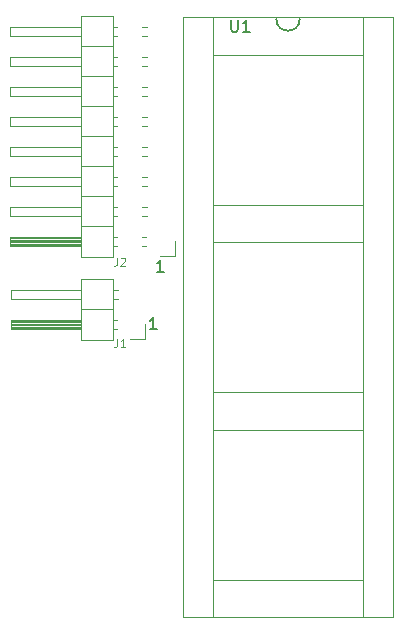
<source format=gbr>
G04 #@! TF.GenerationSoftware,KiCad,Pcbnew,(5.1.4)-1*
G04 #@! TF.CreationDate,2021-01-17T04:38:22+00:00*
G04 #@! TF.ProjectId,atari-pickup,61746172-692d-4706-9963-6b75702e6b69,rev?*
G04 #@! TF.SameCoordinates,Original*
G04 #@! TF.FileFunction,Legend,Top*
G04 #@! TF.FilePolarity,Positive*
%FSLAX46Y46*%
G04 Gerber Fmt 4.6, Leading zero omitted, Abs format (unit mm)*
G04 Created by KiCad (PCBNEW (5.1.4)-1) date 2021-01-17 04:38:22*
%MOMM*%
%LPD*%
G04 APERTURE LIST*
%ADD10C,0.200000*%
%ADD11C,0.100000*%
%ADD12C,0.150000*%
%ADD13C,0.120000*%
G04 APERTURE END LIST*
D10*
X131121114Y-81011020D02*
X130549685Y-81011020D01*
X130835400Y-81011020D02*
X130835400Y-80011020D01*
X130740161Y-80153878D01*
X130644923Y-80249116D01*
X130549685Y-80296735D01*
X131710394Y-76144380D02*
X131138965Y-76144380D01*
X131424680Y-76144380D02*
X131424680Y-75144380D01*
X131329441Y-75287238D01*
X131234203Y-75382476D01*
X131138965Y-75430095D01*
D11*
X151130000Y-105410000D02*
X151130000Y-54610000D01*
X148590000Y-105410000D02*
X151130000Y-105410000D01*
X148590000Y-54610000D02*
X148590000Y-105410000D01*
X151130000Y-54610000D02*
X148590000Y-54610000D01*
X135890000Y-105410000D02*
X135890000Y-54610000D01*
X133350000Y-105410000D02*
X135890000Y-105410000D01*
X133350000Y-54610000D02*
X133350000Y-105410000D01*
X135890000Y-54610000D02*
X133350000Y-54610000D01*
X148590000Y-54610000D02*
X148590000Y-57785000D01*
X135890000Y-54610000D02*
X148590000Y-54610000D01*
X135890000Y-57785000D02*
X135890000Y-54610000D01*
X148590000Y-57785000D02*
X135890000Y-57785000D01*
X148590000Y-54610000D02*
X148590000Y-57785000D01*
X135890000Y-105410000D02*
X148590000Y-105410000D01*
X135890000Y-102235000D02*
X135890000Y-105410000D01*
X148590000Y-102235000D02*
X135890000Y-102235000D01*
X148590000Y-105410000D02*
X148590000Y-102235000D01*
X148590000Y-70485000D02*
X148590000Y-73660000D01*
X135890000Y-70485000D02*
X148590000Y-70485000D01*
X135890000Y-73660000D02*
X135890000Y-70485000D01*
X148590000Y-73660000D02*
X135890000Y-73660000D01*
X148590000Y-89535000D02*
X148590000Y-86360000D01*
X135890000Y-89535000D02*
X148590000Y-89535000D01*
X135890000Y-86360000D02*
X135890000Y-89535000D01*
X148590000Y-86360000D02*
X135890000Y-86360000D01*
D12*
X143240000Y-54740000D02*
G75*
G02X141240000Y-54740000I-1000000J0D01*
G01*
D13*
X127388800Y-74913800D02*
X127388800Y-54473800D01*
X127388800Y-54473800D02*
X124728800Y-54473800D01*
X124728800Y-54473800D02*
X124728800Y-74913800D01*
X124728800Y-74913800D02*
X127388800Y-74913800D01*
X124728800Y-73963800D02*
X118728800Y-73963800D01*
X118728800Y-73963800D02*
X118728800Y-73203800D01*
X118728800Y-73203800D02*
X124728800Y-73203800D01*
X124728800Y-73903800D02*
X118728800Y-73903800D01*
X124728800Y-73783800D02*
X118728800Y-73783800D01*
X124728800Y-73663800D02*
X118728800Y-73663800D01*
X124728800Y-73543800D02*
X118728800Y-73543800D01*
X124728800Y-73423800D02*
X118728800Y-73423800D01*
X124728800Y-73303800D02*
X118728800Y-73303800D01*
X127785871Y-73963800D02*
X127388800Y-73963800D01*
X127785871Y-73203800D02*
X127388800Y-73203800D01*
X130258800Y-73963800D02*
X129871729Y-73963800D01*
X130258800Y-73203800D02*
X129871729Y-73203800D01*
X127388800Y-72313800D02*
X124728800Y-72313800D01*
X124728800Y-71423800D02*
X118728800Y-71423800D01*
X118728800Y-71423800D02*
X118728800Y-70663800D01*
X118728800Y-70663800D02*
X124728800Y-70663800D01*
X127785871Y-71423800D02*
X127388800Y-71423800D01*
X127785871Y-70663800D02*
X127388800Y-70663800D01*
X130325871Y-71423800D02*
X129871729Y-71423800D01*
X130325871Y-70663800D02*
X129871729Y-70663800D01*
X127388800Y-69773800D02*
X124728800Y-69773800D01*
X124728800Y-68883800D02*
X118728800Y-68883800D01*
X118728800Y-68883800D02*
X118728800Y-68123800D01*
X118728800Y-68123800D02*
X124728800Y-68123800D01*
X127785871Y-68883800D02*
X127388800Y-68883800D01*
X127785871Y-68123800D02*
X127388800Y-68123800D01*
X130325871Y-68883800D02*
X129871729Y-68883800D01*
X130325871Y-68123800D02*
X129871729Y-68123800D01*
X127388800Y-67233800D02*
X124728800Y-67233800D01*
X124728800Y-66343800D02*
X118728800Y-66343800D01*
X118728800Y-66343800D02*
X118728800Y-65583800D01*
X118728800Y-65583800D02*
X124728800Y-65583800D01*
X127785871Y-66343800D02*
X127388800Y-66343800D01*
X127785871Y-65583800D02*
X127388800Y-65583800D01*
X130325871Y-66343800D02*
X129871729Y-66343800D01*
X130325871Y-65583800D02*
X129871729Y-65583800D01*
X127388800Y-64693800D02*
X124728800Y-64693800D01*
X124728800Y-63803800D02*
X118728800Y-63803800D01*
X118728800Y-63803800D02*
X118728800Y-63043800D01*
X118728800Y-63043800D02*
X124728800Y-63043800D01*
X127785871Y-63803800D02*
X127388800Y-63803800D01*
X127785871Y-63043800D02*
X127388800Y-63043800D01*
X130325871Y-63803800D02*
X129871729Y-63803800D01*
X130325871Y-63043800D02*
X129871729Y-63043800D01*
X127388800Y-62153800D02*
X124728800Y-62153800D01*
X124728800Y-61263800D02*
X118728800Y-61263800D01*
X118728800Y-61263800D02*
X118728800Y-60503800D01*
X118728800Y-60503800D02*
X124728800Y-60503800D01*
X127785871Y-61263800D02*
X127388800Y-61263800D01*
X127785871Y-60503800D02*
X127388800Y-60503800D01*
X130325871Y-61263800D02*
X129871729Y-61263800D01*
X130325871Y-60503800D02*
X129871729Y-60503800D01*
X127388800Y-59613800D02*
X124728800Y-59613800D01*
X124728800Y-58723800D02*
X118728800Y-58723800D01*
X118728800Y-58723800D02*
X118728800Y-57963800D01*
X118728800Y-57963800D02*
X124728800Y-57963800D01*
X127785871Y-58723800D02*
X127388800Y-58723800D01*
X127785871Y-57963800D02*
X127388800Y-57963800D01*
X130325871Y-58723800D02*
X129871729Y-58723800D01*
X130325871Y-57963800D02*
X129871729Y-57963800D01*
X127388800Y-57073800D02*
X124728800Y-57073800D01*
X124728800Y-56183800D02*
X118728800Y-56183800D01*
X118728800Y-56183800D02*
X118728800Y-55423800D01*
X118728800Y-55423800D02*
X124728800Y-55423800D01*
X127785871Y-56183800D02*
X127388800Y-56183800D01*
X127785871Y-55423800D02*
X127388800Y-55423800D01*
X130325871Y-56183800D02*
X129871729Y-56183800D01*
X130325871Y-55423800D02*
X129871729Y-55423800D01*
X132638800Y-73583800D02*
X132638800Y-74853800D01*
X132638800Y-74853800D02*
X131368800Y-74853800D01*
X127414200Y-81924200D02*
X127414200Y-76724200D01*
X127414200Y-76724200D02*
X124754200Y-76724200D01*
X124754200Y-76724200D02*
X124754200Y-81924200D01*
X124754200Y-81924200D02*
X127414200Y-81924200D01*
X124754200Y-80974200D02*
X118754200Y-80974200D01*
X118754200Y-80974200D02*
X118754200Y-80214200D01*
X118754200Y-80214200D02*
X124754200Y-80214200D01*
X124754200Y-80914200D02*
X118754200Y-80914200D01*
X124754200Y-80794200D02*
X118754200Y-80794200D01*
X124754200Y-80674200D02*
X118754200Y-80674200D01*
X124754200Y-80554200D02*
X118754200Y-80554200D01*
X124754200Y-80434200D02*
X118754200Y-80434200D01*
X124754200Y-80314200D02*
X118754200Y-80314200D01*
X127744200Y-80974200D02*
X127414200Y-80974200D01*
X127744200Y-80214200D02*
X127414200Y-80214200D01*
X127414200Y-79324200D02*
X124754200Y-79324200D01*
X124754200Y-78434200D02*
X118754200Y-78434200D01*
X118754200Y-78434200D02*
X118754200Y-77674200D01*
X118754200Y-77674200D02*
X124754200Y-77674200D01*
X127811271Y-78434200D02*
X127414200Y-78434200D01*
X127811271Y-77674200D02*
X127414200Y-77674200D01*
X130124200Y-80594200D02*
X130124200Y-81864200D01*
X130124200Y-81864200D02*
X128854200Y-81864200D01*
D12*
X137414095Y-54824380D02*
X137414095Y-55633904D01*
X137461714Y-55729142D01*
X137509333Y-55776761D01*
X137604571Y-55824380D01*
X137795047Y-55824380D01*
X137890285Y-55776761D01*
X137937904Y-55729142D01*
X137985523Y-55633904D01*
X137985523Y-54824380D01*
X138985523Y-55824380D02*
X138414095Y-55824380D01*
X138699809Y-55824380D02*
X138699809Y-54824380D01*
X138604571Y-54967238D01*
X138509333Y-55062476D01*
X138414095Y-55110095D01*
D13*
X127780126Y-74947986D02*
X127780126Y-75447986D01*
X127746793Y-75547986D01*
X127680126Y-75614653D01*
X127580126Y-75647986D01*
X127513460Y-75647986D01*
X128080126Y-75014653D02*
X128113460Y-74981320D01*
X128180126Y-74947986D01*
X128346793Y-74947986D01*
X128413460Y-74981320D01*
X128446793Y-75014653D01*
X128480126Y-75081320D01*
X128480126Y-75147986D01*
X128446793Y-75247986D01*
X128046793Y-75647986D01*
X128480126Y-75647986D01*
X127767426Y-81844086D02*
X127767426Y-82344086D01*
X127734093Y-82444086D01*
X127667426Y-82510753D01*
X127567426Y-82544086D01*
X127500760Y-82544086D01*
X128467426Y-82544086D02*
X128067426Y-82544086D01*
X128267426Y-82544086D02*
X128267426Y-81844086D01*
X128200760Y-81944086D01*
X128134093Y-82010753D01*
X128067426Y-82044086D01*
M02*

</source>
